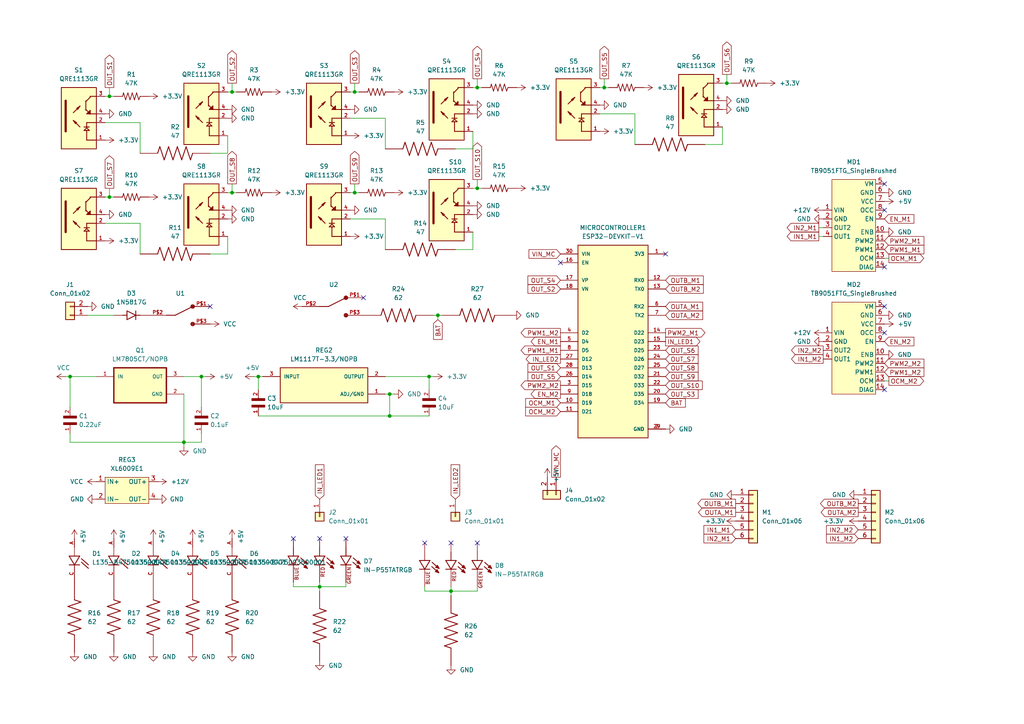
<source format=kicad_sch>
(kicad_sch (version 20211123) (generator eeschema)
  (paper "A4")
  (lib_symbols
    (symbol "0S102011MS2QN1:0S102011MS2QN1" (pin_names (offset 1.016) hide)
      (property "Reference" "U" (at -2.286 4.572 0))
      (symbol "0S102011MS2QN1_0_0"
        (pin bidirectional line (at 7.62 2.54 180) (length 5.08) (name "~") (number "P$1"))
        (pin bidirectional line (at -10.16 0 0) (length 5.08) (name "~") (number "P$2"))
        (pin bidirectional line (at 7.62 -2.54 180) (length 5.08) (name "~") (number "P$3"))
      )
    )
    (symbol "1622242-1:1622242-1" (pin_numbers hide) (pin_names (offset 1.016) hide)
      (property "Reference" "R" (at -3.81 1.4986 0))
      (property "Value" "1622242-1" (at -3.81 -3.302 0))
      (symbol "1622242-1_0_0"
        (pin passive line (at -5.08 0 0) (length 2.54) (name "~") (number "1"))
        (pin passive line (at 5.08 0 180) (length 2.54) (name "~") (number "2"))
      )
    )
    (symbol "1N5817G:1N5817G" (pin_numbers hide) (pin_names (offset 1.016) hide)
      (property "Reference" "D" (at -5.08 2.54 0))
      (property "Value" "1N5817G" (at -5.08 -3.81 0))
      (symbol "1N5817G_0_0"
        (pin passive line (at -5.08 0 0) (length 2.54) (name "~") (number "A"))
        (pin passive line (at 5.08 0 180) (length 2.54) (name "~") (number "C"))
      )
    )
    (symbol "Connector_Generic:Conn_01x01" (pin_names (offset 1.016) hide)
      (property "Reference" "J" (at 0 2.54 0))
      (property "Value" "Conn_01x01" (at 0 -2.54 0))
      (symbol "Conn_01x01_1_1"
        (pin passive line (at -5.08 0 0) (length 3.81) (name "Pin_1") (number "1"))
      )
    )
    (symbol "Connector_Generic:Conn_01x02" (pin_names (offset 1.016) hide)
      (property "Reference" "J" (at 0 2.54 0))
      (property "Value" "Conn_01x02" (at 0 -5.08 0))
      (symbol "Conn_01x02_1_1"
        (pin passive line (at -5.08 0 0) (length 3.81) (name "Pin_1") (number "1"))
        (pin passive line (at -5.08 -2.54 0) (length 3.81) (name "Pin_2") (number "2"))
      )
    )
    (symbol "Connector_Generic:Conn_01x06" (pin_names (offset 1.016) hide)
      (property "Reference" "J" (at 0 7.62 0))
      (property "Value" "Conn_01x06" (at 0 -10.16 0))
      (symbol "Conn_01x06_1_1"
        (pin passive line (at -5.08 5.08 0) (length 3.81) (name "Pin_1") (number "1"))
        (pin passive line (at -5.08 2.54 0) (length 3.81) (name "Pin_2") (number "2"))
        (pin passive line (at -5.08 0 0) (length 3.81) (name "Pin_3") (number "3"))
        (pin passive line (at -5.08 -2.54 0) (length 3.81) (name "Pin_4") (number "4"))
        (pin passive line (at -5.08 -5.08 0) (length 3.81) (name "Pin_5") (number "5"))
        (pin passive line (at -5.08 -7.62 0) (length 3.81) (name "Pin_6") (number "6"))
      )
    )
    (symbol "ESP32-DEVKIT-V1:ESP32-DEVKIT-V1" (pin_names (offset 1.016))
      (property "Reference" "U" (at -10.16 30.48 0))
      (property "Value" "ESP32-DEVKIT-V1" (at -10.16 -30.48 0))
      (symbol "ESP32-DEVKIT-V1_0_0"
        (pin output line (at 15.24 25.4 180) (length 5.08) (name "3V3") (number "1"))
        (pin bidirectional line (at -15.24 -17.78 0) (length 5.08) (name "D19") (number "10"))
        (pin bidirectional line (at -15.24 -20.32 0) (length 5.08) (name "D21") (number "11"))
        (pin input line (at 15.24 17.78 180) (length 5.08) (name "RX0") (number "12"))
        (pin output line (at 15.24 15.24 180) (length 5.08) (name "TX0") (number "13"))
        (pin bidirectional line (at 15.24 2.54 180) (length 5.08) (name "D22") (number "14"))
        (pin bidirectional line (at 15.24 0 180) (length 5.08) (name "D23") (number "15"))
        (pin input line (at -15.24 22.86 0) (length 5.08) (name "EN") (number "16"))
        (pin bidirectional line (at -15.24 17.78 0) (length 5.08) (name "VP") (number "17"))
        (pin bidirectional line (at -15.24 15.24 0) (length 5.08) (name "VN") (number "18"))
        (pin bidirectional line (at 15.24 -17.78 180) (length 5.08) (name "D34") (number "19"))
        (pin power_in line (at 15.24 -25.4 180) (length 5.08) (name "GND") (number "2"))
        (pin bidirectional line (at 15.24 -15.24 180) (length 5.08) (name "D35") (number "20"))
        (pin bidirectional line (at 15.24 -10.16 180) (length 5.08) (name "D32") (number "21"))
        (pin bidirectional line (at 15.24 -12.7 180) (length 5.08) (name "D33") (number "22"))
        (pin bidirectional line (at 15.24 -2.54 180) (length 5.08) (name "D25") (number "23"))
        (pin bidirectional line (at 15.24 -5.08 180) (length 5.08) (name "D26") (number "24"))
        (pin bidirectional line (at 15.24 -7.62 180) (length 5.08) (name "D27") (number "25"))
        (pin bidirectional line (at -15.24 -10.16 0) (length 5.08) (name "D14") (number "26"))
        (pin bidirectional line (at -15.24 -5.08 0) (length 5.08) (name "D12") (number "27"))
        (pin bidirectional line (at -15.24 -7.62 0) (length 5.08) (name "D13") (number "28"))
        (pin power_in line (at 15.24 -25.4 180) (length 5.08) (name "GND") (number "29"))
        (pin bidirectional line (at -15.24 -12.7 0) (length 5.08) (name "D15") (number "3"))
        (pin input line (at -15.24 25.4 0) (length 5.08) (name "VIN") (number "30"))
        (pin bidirectional line (at -15.24 2.54 0) (length 5.08) (name "D2") (number "4"))
        (pin bidirectional line (at -15.24 0 0) (length 5.08) (name "D4") (number "5"))
        (pin input line (at 15.24 10.16 180) (length 5.08) (name "RX2") (number "6"))
        (pin output line (at 15.24 7.62 180) (length 5.08) (name "TX2") (number "7"))
        (pin bidirectional line (at -15.24 -2.54 0) (length 5.08) (name "D5") (number "8"))
        (pin bidirectional line (at -15.24 -15.24 0) (length 5.08) (name "D18") (number "9"))
      )
    )
    (symbol "FA16X7R2A224KNU00:FA16X7R2A224KNU00" (pin_names (offset 1.016) hide)
      (property "Reference" "C" (at 0 3.81 0))
      (property "Value" "FA16X7R2A224KNU00" (at 0 -5.08 0))
      (symbol "FA16X7R2A224KNU00_0_0"
        (pin passive line (at -2.54 0 0) (length 2.54) (name "~") (number "1"))
        (pin passive line (at 5.08 0 180) (length 2.54) (name "~") (number "2"))
      )
    )
    (symbol "FG24X7R1A106KRT00:FG24X7R1A106KRT00" (pin_names (offset 1.016) hide)
      (property "Reference" "C" (at 0 3.81 0))
      (property "Value" "FG24X7R1A106KRT00" (at 0 -5.08 0))
      (symbol "FG24X7R1A106KRT00_0_0"
        (pin passive line (at -2.54 0 0) (length 2.54) (name "~") (number "1"))
        (pin passive line (at 5.08 0 180) (length 2.54) (name "~") (number "2"))
      )
    )
    (symbol "FG24X7R2A104KNT06:FG24X7R2A104KNT06" (pin_names (offset 1.016) hide)
      (property "Reference" "C" (at 0 3.81 0))
      (property "Value" "FG24X7R2A104KNT06" (at 0 -5.08 0))
      (symbol "FG24X7R2A104KNT06_0_0"
        (pin passive line (at -2.54 0 0) (length 2.54) (name "~") (number "1"))
        (pin passive line (at 5.08 0 180) (length 2.54) (name "~") (number "2"))
      )
    )
    (symbol "IN-P55TATRGB:IN-P55TATRGB" (pin_numbers hide) (pin_names (offset 1.016) hide)
      (property "Reference" "D" (at -8.255 10.16 0))
      (property "Value" "IN-P55TATRGB" (at -8.255 -13.335 0))
      (symbol "IN-P55TATRGB_0_0"
        (text "BLUE" (at 0.508 -8.636 0) (effects (font (size 1.016 1.016)) (justify left bottom)))
        (text "GREEN" (at 0.508 6.604 0) (effects (font (size 1.016 1.016)) (justify left bottom)))
        (text "RED" (at 0.508 -1.016 0) (effects (font (size 1.016 1.016)) (justify left bottom)))
        (pin passive line (at 5.08 -10.16 180) (length 5.08) (name "~") (number "1"))
        (pin passive line (at 5.08 -2.54 180) (length 5.08) (name "~") (number "2"))
        (pin passive line (at 5.08 5.08 180) (length 5.08) (name "~") (number "3"))
        (pin passive line (at -7.62 5.08 0) (length 5.08) (name "~") (number "4"))
        (pin passive line (at -7.62 -2.54 0) (length 5.08) (name "~") (number "5"))
        (pin passive line (at -7.62 -10.16 0) (length 5.08) (name "~") (number "6"))
      )
    )
    (symbol "L135-B475003500001:L135-B475003500001" (pin_names (offset 1.016) hide)
      (property "Reference" "D" (at -8.636 2.286 0))
      (property "Value" "L135-B475003500001" (at -8.6614 -3.302 0))
      (symbol "L135-B475003500001_0_0"
        (pin passive line (at -7.62 0 0) (length 2.54) (name "~") (number "A"))
        (pin passive line (at 5.08 0 180) (length 5.08) (name "~") (number "C"))
      )
    )
    (symbol "LM1117T-3.3_NOPB:LM1117T-3.3{slash}NOPB" (pin_names (offset 1.016))
      (property "Reference" "VR" (at -12.7 5.842 0))
      (property "Value" "LM1117T-3.3{slash}NOPB" (at -12.7 -5.842 0))
      (symbol "LM1117T-3.3{slash}NOPB_0_0"
        (pin power_in line (at 17.78 -2.54 180) (length 5.08) (name "ADJ/GND") (number "1"))
        (pin output line (at 17.78 2.54 180) (length 5.08) (name "OUTPUT") (number "2"))
        (pin input line (at -17.78 2.54 0) (length 5.08) (name "INPUT") (number "3"))
      )
    )
    (symbol "LM7805CT_NOPB:LM7805CT{slash}NOPB" (pin_names (offset 1.016))
      (property "Reference" "Q" (at -7.62 5.715 0))
      (property "Value" "LM7805CT{slash}NOPB" (at -7.62 -7.62 0))
      (symbol "LM7805CT{slash}NOPB_0_0"
        (pin input line (at -12.7 2.54 0) (length 5.08) (name "IN") (number "1"))
        (pin power_in line (at 12.7 -2.54 180) (length 5.08) (name "GND") (number "2"))
        (pin output line (at 12.7 2.54 180) (length 5.08) (name "OUT") (number "3"))
      )
    )
    (symbol "LineFollow:TB9051FTG_SingleBrushed"
      (property "Reference" "U" (at 0 -15.24 0))
      (property "Value" "TB9051FTG_SingleBrushed" (at 0 13.97 0))
      (symbol "TB9051FTG_SingleBrushed_1_1"
        (pin input line (at -8.89 3.81 0) (length 2.54) (name "VIN") (number "1"))
        (pin input line (at 8.89 -2.54 180) (length 2.54) (name "ENB") (number "10"))
        (pin input line (at 8.89 -5.08 180) (length 2.54) (name "PWM2") (number "11"))
        (pin input line (at 8.89 -7.62 180) (length 2.54) (name "PWM1") (number "12"))
        (pin output line (at 8.89 -10.16 180) (length 2.54) (name "OCM") (number "13"))
        (pin output line (at 8.89 -12.7 180) (length 2.54) (name "DIAG") (number "14"))
        (pin input line (at -8.89 1.27 0) (length 2.54) (name "GND") (number "2"))
        (pin output line (at -8.89 -1.27 0) (length 2.54) (name "OUT2") (number "3"))
        (pin output line (at -8.89 -3.81 0) (length 2.54) (name "OUT1") (number "4"))
        (pin output line (at 8.89 11.43 180) (length 2.54) (name "VM") (number "5"))
        (pin input line (at 8.89 8.89 180) (length 2.54) (name "GND") (number "6"))
        (pin input line (at 8.89 6.35 180) (length 2.54) (name "VCC") (number "7"))
        (pin output line (at 8.89 3.81 180) (length 2.54) (name "OCC") (number "8"))
        (pin input line (at 8.89 1.27 180) (length 2.54) (name "EN") (number "9"))
      )
    )
    (symbol "LineFollow:XL6009E1"
      (property "Reference" "U" (at 0 -5.08 0))
      (property "Value" "XL6009E1" (at 0 5.08 0))
      (symbol "XL6009E1_1_1"
        (pin input line (at -8.89 2.54 0) (length 2.54) (name "IN+") (number "1"))
        (pin input line (at -8.89 -2.54 0) (length 2.54) (name "IN-") (number "2"))
        (pin output line (at 8.89 2.54 180) (length 2.54) (name "OUT+") (number "3"))
        (pin output line (at 8.89 -2.54 180) (length 2.54) (name "OUT-") (number "4"))
      )
    )
    (symbol "MFR-25FBF52-61R9:MFR-25FBF52-61R9" (pin_numbers hide) (pin_names (offset 1.016) hide)
      (property "Reference" "R" (at -7.62 2.54 0))
      (property "Value" "MFR-25FBF52-61R9" (at -7.62 -5.08 0))
      (symbol "MFR-25FBF52-61R9_0_0"
        (pin passive line (at -10.16 0 0) (length 5.08) (name "~") (number "1"))
        (pin passive line (at 10.16 0 180) (length 5.08) (name "~") (number "2"))
      )
    )
    (symbol "QRE1113GR:QRE1113GR" (pin_names (offset 1.016) hide)
      (property "Reference" "U" (at -5.08 10.795 0))
      (property "Value" "QRE1113GR" (at -5.08 -10.16 0))
      (symbol "QRE1113GR_0_0"
        (pin passive line (at 7.62 -5.08 180) (length 2.54) (name "~") (number "1"))
        (pin passive line (at 7.62 0 180) (length 2.54) (name "~") (number "2"))
        (pin passive line (at 7.62 7.62 180) (length 2.54) (name "~") (number "3"))
        (pin passive line (at 7.62 2.54 180) (length 2.54) (name "~") (number "4"))
      )
    )
    (symbol "RNMF14FTC47R0:RNMF14FTC47R0" (pin_numbers hide) (pin_names (offset 1.016) hide)
      (property "Reference" "R" (at -7.62 2.54 0))
      (property "Value" "RNMF14FTC47R0" (at -7.62 -5.08 0))
      (symbol "RNMF14FTC47R0_0_0"
        (pin passive line (at -10.16 0 0) (length 5.08) (name "~") (number "1"))
        (pin passive line (at 10.16 0 180) (length 5.08) (name "~") (number "2"))
      )
    )
    (symbol "power:+12V" (power) (pin_names (offset 0))
      (property "Value" "+12V" (at 0 3.556 0))
      (symbol "+12V_1_1"
        (pin power_in line (at 0 0 90) (length 0) hide (name "+12V") (number "1"))
      )
    )
    (symbol "power:+3.3V" (power) (pin_names (offset 0))
      (property "Value" "+3.3V" (at 0 3.556 0))
      (symbol "+3.3V_1_1"
        (pin power_in line (at 0 0 90) (length 0) hide (name "+3.3V") (number "1"))
      )
    )
    (symbol "power:+5V" (power) (pin_names (offset 0))
      (property "Value" "+5V" (at 0 3.556 0))
      (symbol "+5V_1_1"
        (pin power_in line (at 0 0 90) (length 0) hide (name "+5V") (number "1"))
      )
    )
    (symbol "power:GND" (power) (pin_names (offset 0))
      (property "Value" "GND" (at 0 -3.81 0))
      (symbol "GND_1_1"
        (pin power_in line (at 0 0 270) (length 0) hide (name "GND") (number "1"))
      )
    )
    (symbol "power:VCC" (power) (pin_names (offset 0))
      (property "Value" "VCC" (at 0 3.81 0))
      (symbol "VCC_1_1"
        (pin power_in line (at 0 0 90) (length 0) hide (name "VCC") (number "1"))
      )
    )
  )
  (junction (at 130.81 171.45))
  (junction (at 138.43 54.61))
  (junction (at 67.31 55.88))
  (junction (at 20.32 109.22))
  (junction (at 113.03 120.65))
  (junction (at 124.46 109.22))
  (junction (at 31.75 27.94))
  (junction (at 138.43 25.4))
  (junction (at 102.87 55.88))
  (junction (at 175.26 25.4))
  (junction (at 53.34 128.27))
  (junction (at 102.87 26.67))
  (junction (at 113.03 114.3))
  (junction (at 67.31 26.67))
  (junction (at 210.82 24.13))
  (junction (at 74.93 109.22))
  (junction (at 92.71 170.18))
  (junction (at 127 91.44))
  (junction (at 31.75 57.15))
  (junction (at 58.42 109.22))
  (no_connect (at 130.81 157.48))
  (no_connect (at 123.19 157.48))
  (no_connect (at 138.43 157.48))
  (no_connect (at 193.04 73.66))
  (no_connect (at 100.33 156.21))
  (no_connect (at 60.96 88.9))
  (no_connect (at 85.09 156.21))
  (no_connect (at 256.54 77.47))
  (no_connect (at 162.56 76.2))
  (no_connect (at 256.54 113.03))
  (no_connect (at 256.54 53.34))
  (no_connect (at 256.54 88.9))
  (no_connect (at 256.54 60.96))
  (no_connect (at 92.71 156.21))
  (no_connect (at 256.54 96.52))
  (no_connect (at 105.41 86.36))
  (wire (pts (xy 113.03 114.3) (xy 114.3 114.3)))
  (wire (pts (xy 173.99 33.02) (xy 184.15 33.02)))
  (wire (pts (xy 209.55 41.91) (xy 209.55 36.83)))
  (wire (pts (xy 100.33 170.18) (xy 92.71 170.18)))
  (wire (pts (xy 66.04 44.45) (xy 66.04 39.37)))
  (wire (pts (xy 137.16 43.18) (xy 137.16 38.1)))
  (wire (pts (xy 74.93 109.22) (xy 76.2 109.22)))
  (wire (pts (xy 104.14 26.67) (xy 102.87 26.67)))
  (wire (pts (xy 111.76 34.29) (xy 111.76 43.18)))
  (wire (pts (xy 20.32 128.27) (xy 53.34 128.27)))
  (wire (pts (xy 127 91.44) (xy 127 92.71)))
  (wire (pts (xy 20.32 109.22) (xy 27.94 109.22)))
  (wire (pts (xy 58.42 125.73) (xy 58.42 128.27)))
  (wire (pts (xy 67.31 53.34) (xy 67.31 55.88)))
  (wire (pts (xy 53.34 114.3) (xy 53.34 128.27)))
  (wire (pts (xy 19.05 109.22) (xy 20.32 109.22)))
  (wire (pts (xy 138.43 171.45) (xy 130.81 171.45)))
  (wire (pts (xy 111.76 109.22) (xy 124.46 109.22)))
  (wire (pts (xy 130.81 172.72) (xy 130.81 171.45)))
  (wire (pts (xy 31.75 27.94) (xy 30.48 27.94)))
  (wire (pts (xy 210.82 21.59) (xy 210.82 24.13)))
  (wire (pts (xy 33.02 57.15) (xy 31.75 57.15)))
  (wire (pts (xy 113.03 120.65) (xy 113.03 114.3)))
  (wire (pts (xy 31.75 25.4) (xy 31.75 27.94)))
  (wire (pts (xy 257.81 74.93) (xy 256.54 74.93)))
  (wire (pts (xy 33.02 91.44) (xy 25.4 91.44)))
  (wire (pts (xy 66.04 73.66) (xy 66.04 68.58)))
  (wire (pts (xy 67.31 24.13) (xy 67.31 26.67)))
  (wire (pts (xy 100.33 168.91) (xy 100.33 170.18)))
  (wire (pts (xy 139.7 54.61) (xy 138.43 54.61)))
  (wire (pts (xy 58.42 109.22) (xy 59.69 109.22)))
  (wire (pts (xy 124.46 109.22) (xy 124.46 113.03)))
  (wire (pts (xy 175.26 25.4) (xy 173.99 25.4)))
  (wire (pts (xy 257.81 110.49) (xy 256.54 110.49)))
  (wire (pts (xy 138.43 52.07) (xy 138.43 54.61)))
  (wire (pts (xy 137.16 72.39) (xy 137.16 67.31)))
  (wire (pts (xy 102.87 55.88) (xy 101.6 55.88)))
  (wire (pts (xy 68.58 26.67) (xy 67.31 26.67)))
  (wire (pts (xy 58.42 128.27) (xy 53.34 128.27)))
  (wire (pts (xy 74.93 120.65) (xy 113.03 120.65)))
  (wire (pts (xy 31.75 57.15) (xy 30.48 57.15)))
  (wire (pts (xy 132.08 43.18) (xy 137.16 43.18)))
  (wire (pts (xy 102.87 53.34) (xy 102.87 55.88)))
  (wire (pts (xy 113.03 120.65) (xy 124.46 120.65)))
  (wire (pts (xy 104.14 55.88) (xy 102.87 55.88)))
  (wire (pts (xy 101.6 34.29) (xy 111.76 34.29)))
  (wire (pts (xy 58.42 118.11) (xy 58.42 109.22)))
  (wire (pts (xy 132.08 72.39) (xy 137.16 72.39)))
  (wire (pts (xy 138.43 25.4) (xy 137.16 25.4)))
  (wire (pts (xy 102.87 26.67) (xy 101.6 26.67)))
  (wire (pts (xy 139.7 25.4) (xy 138.43 25.4)))
  (wire (pts (xy 123.19 170.18) (xy 123.19 171.45)))
  (wire (pts (xy 101.6 63.5) (xy 111.76 63.5)))
  (wire (pts (xy 20.32 125.73) (xy 20.32 128.27)))
  (wire (pts (xy 53.34 109.22) (xy 58.42 109.22)))
  (wire (pts (xy 85.09 168.91) (xy 85.09 170.18)))
  (wire (pts (xy 68.58 55.88) (xy 67.31 55.88)))
  (wire (pts (xy 30.48 35.56) (xy 40.64 35.56)))
  (wire (pts (xy 138.43 54.61) (xy 137.16 54.61)))
  (wire (pts (xy 130.81 171.45) (xy 130.81 170.18)))
  (wire (pts (xy 176.53 25.4) (xy 175.26 25.4)))
  (wire (pts (xy 124.46 109.22) (xy 125.73 109.22)))
  (wire (pts (xy 175.26 22.86) (xy 175.26 25.4)))
  (wire (pts (xy 20.32 109.22) (xy 20.32 118.11)))
  (wire (pts (xy 40.64 35.56) (xy 40.64 44.45)))
  (wire (pts (xy 125.73 91.44) (xy 127 91.44)))
  (wire (pts (xy 123.19 171.45) (xy 130.81 171.45)))
  (wire (pts (xy 60.96 44.45) (xy 66.04 44.45)))
  (wire (pts (xy 138.43 170.18) (xy 138.43 171.45)))
  (wire (pts (xy 30.48 64.77) (xy 40.64 64.77)))
  (wire (pts (xy 184.15 33.02) (xy 184.15 41.91)))
  (wire (pts (xy 67.31 26.67) (xy 66.04 26.67)))
  (wire (pts (xy 73.66 109.22) (xy 74.93 109.22)))
  (wire (pts (xy 102.87 24.13) (xy 102.87 26.67)))
  (wire (pts (xy 92.71 171.45) (xy 92.71 170.18)))
  (wire (pts (xy 60.96 73.66) (xy 66.04 73.66)))
  (wire (pts (xy 33.02 27.94) (xy 31.75 27.94)))
  (wire (pts (xy 92.71 170.18) (xy 92.71 168.91)))
  (wire (pts (xy 212.09 24.13) (xy 210.82 24.13)))
  (wire (pts (xy 237.49 68.58) (xy 238.76 68.58)))
  (wire (pts (xy 74.93 109.22) (xy 74.93 113.03)))
  (wire (pts (xy 85.09 170.18) (xy 92.71 170.18)))
  (wire (pts (xy 111.76 114.3) (xy 113.03 114.3)))
  (wire (pts (xy 210.82 24.13) (xy 209.55 24.13)))
  (wire (pts (xy 40.64 64.77) (xy 40.64 73.66)))
  (wire (pts (xy 111.76 63.5) (xy 111.76 72.39)))
  (wire (pts (xy 138.43 22.86) (xy 138.43 25.4)))
  (wire (pts (xy 53.34 128.27) (xy 53.34 129.54)))
  (wire (pts (xy 237.49 66.04) (xy 238.76 66.04)))
  (wire (pts (xy 204.47 41.91) (xy 209.55 41.91)))
  (wire (pts (xy 127 91.44) (xy 128.27 91.44)))
  (wire (pts (xy 31.75 54.61) (xy 31.75 57.15)))
  (wire (pts (xy 67.31 55.88) (xy 66.04 55.88)))
  (global_label "OUTB_M2" (shape input) (at 193.04 83.82 0) (property "Intersheet References" "${INTERSHEET_REFS}" (effects hide)))
  (global_label "OUTA_M2" (shape input) (at 193.04 91.44 0) (property "Intersheet References" "${INTERSHEET_REFS}" (effects hide)))
  (global_label "BAT" (shape input) (at 127 92.71 270) (property "Intersheet References" "${INTERSHEET_REFS}" (effects hide)))
  (global_label "OUT_S10" (shape input) (at 193.04 111.76 0) (property "Intersheet References" "${INTERSHEET_REFS}" (effects hide)))
  (global_label "OCM_M1" (shape output) (at 257.81 74.93 0) (property "Intersheet References" "${INTERSHEET_REFS}" (effects hide)))
  (global_label "IN2_M1" (shape input) (at 213.36 156.21 180) (property "Intersheet References" "${INTERSHEET_REFS}" (effects hide)))
  (global_label "IN_LED1" (shape input) (at 92.71 144.78 90) (property "Intersheet References" "${INTERSHEET_REFS}" (effects hide)))
  (global_label "EN_M2" (shape output) (at 162.56 114.3 180) (property "Intersheet References" "${INTERSHEET_REFS}" (effects hide)))
  (global_label "OUTB_M2" (shape output) (at 248.92 146.05 180) (property "Intersheet References" "${INTERSHEET_REFS}" (effects hide)))
  (global_label "IN1_M1" (shape input) (at 213.36 153.67 180) (property "Intersheet References" "${INTERSHEET_REFS}" (effects hide)))
  (global_label "OUT_S6" (shape output) (at 210.82 21.59 90) (property "Intersheet References" "${INTERSHEET_REFS}" (effects hide)))
  (global_label "PWM1_M1" (shape output) (at 162.56 101.6 180) (property "Intersheet References" "${INTERSHEET_REFS}" (effects hide)))
  (global_label "IN_LED2" (shape input) (at 132.08 144.78 90) (property "Intersheet References" "${INTERSHEET_REFS}" (effects hide)))
  (global_label "EN_M1" (shape output) (at 162.56 99.06 180) (property "Intersheet References" "${INTERSHEET_REFS}" (effects hide)))
  (global_label "OUT_S3" (shape output) (at 102.87 24.13 90) (property "Intersheet References" "${INTERSHEET_REFS}" (effects hide)))
  (global_label "OCM_M1" (shape input) (at 162.56 116.84 180) (property "Intersheet References" "${INTERSHEET_REFS}" (effects hide)))
  (global_label "OUT_S9" (shape output) (at 102.87 53.34 90) (property "Intersheet References" "${INTERSHEET_REFS}" (effects hide)))
  (global_label "PWM2_M2" (shape input) (at 256.54 105.41 0) (property "Intersheet References" "${INTERSHEET_REFS}" (effects hide)))
  (global_label "OUT_S6" (shape input) (at 193.04 101.6 0) (property "Intersheet References" "${INTERSHEET_REFS}" (effects hide)))
  (global_label "OCM_M2" (shape output) (at 257.81 110.49 0) (property "Intersheet References" "${INTERSHEET_REFS}" (effects hide)))
  (global_label "OUT_S5" (shape output) (at 175.26 22.86 90) (property "Intersheet References" "${INTERSHEET_REFS}" (effects hide)))
  (global_label "OUTB_M1" (shape output) (at 213.36 146.05 180) (property "Intersheet References" "${INTERSHEET_REFS}" (effects hide)))
  (global_label "OUT_S7" (shape input) (at 193.04 104.14 0) (property "Intersheet References" "${INTERSHEET_REFS}" (effects hide)))
  (global_label "OUT_S8" (shape output) (at 67.31 53.34 90) (property "Intersheet References" "${INTERSHEET_REFS}" (effects hide)))
  (global_label "PWM1_M2" (shape output) (at 162.56 96.52 180) (property "Intersheet References" "${INTERSHEET_REFS}" (effects hide)))
  (global_label "IN2_M2" (shape output) (at 238.76 101.6 180) (property "Intersheet References" "${INTERSHEET_REFS}" (effects hide)))
  (global_label "PWM2_M1" (shape input) (at 256.54 69.85 0) (property "Intersheet References" "${INTERSHEET_REFS}" (effects hide)))
  (global_label "OUT_S10" (shape output) (at 138.43 52.07 90) (property "Intersheet References" "${INTERSHEET_REFS}" (effects hide)))
  (global_label "OUT_S2" (shape input) (at 162.56 83.82 180) (property "Intersheet References" "${INTERSHEET_REFS}" (effects hide)))
  (global_label "OUTA_M1" (shape input) (at 193.04 88.9 0) (property "Intersheet References" "${INTERSHEET_REFS}" (effects hide)))
  (global_label "PWM1_M2" (shape input) (at 256.54 107.95 0) (property "Intersheet References" "${INTERSHEET_REFS}" (effects hide)))
  (global_label "IN1_M2" (shape input) (at 248.92 156.21 180) (property "Intersheet References" "${INTERSHEET_REFS}" (effects hide)))
  (global_label "VIN_MC" (shape output) (at 161.29 138.43 90) (property "Intersheet References" "${INTERSHEET_REFS}" (effects hide)))
  (global_label "IN2_M2" (shape input) (at 248.92 153.67 180) (property "Intersheet References" "${INTERSHEET_REFS}" (effects hide)))
  (global_label "PWM2_M2" (shape output) (at 162.56 111.76 180) (property "Intersheet References" "${INTERSHEET_REFS}" (effects hide)))
  (global_label "OUT_S7" (shape output) (at 31.75 54.61 90) (property "Intersheet References" "${INTERSHEET_REFS}" (effects hide)))
  (global_label "OUT_S3" (shape input) (at 193.04 114.3 0) (property "Intersheet References" "${INTERSHEET_REFS}" (effects hide)))
  (global_label "OUT_S2" (shape output) (at 67.31 24.13 90) (property "Intersheet References" "${INTERSHEET_REFS}" (effects hide)))
  (global_label "OUT_S4" (shape output) (at 138.43 22.86 90) (property "Intersheet References" "${INTERSHEET_REFS}" (effects hide)))
  (global_label "IN_LED2" (shape output) (at 162.56 104.14 180) (property "Intersheet References" "${INTERSHEET_REFS}" (effects hide)))
  (global_label "EN_M2" (shape input) (at 256.54 99.06 0) (property "Intersheet References" "${INTERSHEET_REFS}" (effects hide)))
  (global_label "OUTA_M1" (shape output) (at 213.36 148.59 180) (property "Intersheet References" "${INTERSHEET_REFS}" (effects hide)))
  (global_label "OUT_S9" (shape input) (at 193.04 109.22 0) (property "Intersheet References" "${INTERSHEET_REFS}" (effects hide)))
  (global_label "IN1_M2" (shape output) (at 238.76 104.14 180) (property "Intersheet References" "${INTERSHEET_REFS}" (effects hide)))
  (global_label "PWM1_M1" (shape input) (at 256.54 72.39 0) (property "Intersheet References" "${INTERSHEET_REFS}" (effects hide)))
  (global_label "OUTB_M1" (shape input) (at 193.04 81.28 0) (property "Intersheet References" "${INTERSHEET_REFS}" (effects hide)))
  (global_label "OCM_M2" (shape input) (at 162.56 119.38 180) (property "Intersheet References" "${INTERSHEET_REFS}" (effects hide)))
  (global_label "OUT_S4" (shape input) (at 162.56 81.28 180) (property "Intersheet References" "${INTERSHEET_REFS}" (effects hide)))
  (global_label "PWM2_M1" (shape output) (at 193.04 96.52 0) (property "Intersheet References" "${INTERSHEET_REFS}" (effects hide)))
  (global_label "OUT_S5" (shape input) (at 162.56 109.22 180) (property "Intersheet References" "${INTERSHEET_REFS}" (effects hide)))
  (global_label "IN1_M1" (shape output) (at 237.49 68.58 180) (property "Intersheet References" "${INTERSHEET_REFS}" (effects hide)))
  (global_label "BAT" (shape input) (at 193.04 116.84 0) (property "Intersheet References" "${INTERSHEET_REFS}" (effects hide)))
  (global_label "IN2_M1" (shape output) (at 237.49 66.04 180) (property "Intersheet References" "${INTERSHEET_REFS}" (effects hide)))
  (global_label "OUT_S1" (shape input) (at 162.56 106.68 180) (property "Intersheet References" "${INTERSHEET_REFS}" (effects hide)))
  (global_label "OUTA_M2" (shape output) (at 248.92 148.59 180) (property "Intersheet References" "${INTERSHEET_REFS}" (effects hide)))
  (global_label "EN_M1" (shape input) (at 256.54 63.5 0) (property "Intersheet References" "${INTERSHEET_REFS}" (effects hide)))
  (global_label "OUT_S8" (shape input) (at 193.04 106.68 0) (property "Intersheet References" "${INTERSHEET_REFS}" (effects hide)))
  (global_label "VIN_MC" (shape input) (at 162.56 73.66 180) (property "Intersheet References" "${INTERSHEET_REFS}" (effects hide)))
  (global_label "OUT_S1" (shape output) (at 31.75 25.4 90) (property "Intersheet References" "${INTERSHEET_REFS}" (effects hide)))
  (global_label "IN_LED1" (shape output) (at 193.04 99.06 0) (property "Intersheet References" "${INTERSHEET_REFS}" (effects hide)))
  (symbol (lib_id "power:+3.3V") (at 213.36 151.13 90) (unit 1)
    (property "Reference" "#PWR0171" (effects hide))
    (property "Value" "+3.3V" (at 204.47 151.13 90) (effects (justify right)))
  )
  (symbol (lib_id "power:GND") (at 137.16 33.02 90) (unit 1)
    (property "Reference" "#PWR0105" (effects hide))
    (property "Value" "GND" (at 140.97 33.0199 90) (effects (justify right)))
  )
  (symbol (lib_id "power:+5V") (at 73.66 109.22 90) (unit 1)
    (property "Reference" "#PWR0123" (effects hide))
    (property "Value" "+5V" (at 71.12 106.68 90) (effects (justify right)))
  )
  (symbol (lib_id "power:+3.3V") (at 173.99 38.1 270) (unit 1)
    (property "Reference" "#PWR0133" (effects hide))
    (property "Value" "+3.3V" (at 177.8 38.0999 90) (effects (justify left)))
  )
  (symbol (lib_id "LineFollow:TB9051FTG_SingleBrushed") (at 247.65 100.33 0) (unit 1)
    (property "Reference" "MD2" (at 247.65 82.55 0))
    (property "Value" "TB9051FTG_SingleBrushed" (at 247.65 85.09 0))
    (property "Footprint" "TB9051FTG:TB9051FTG_SingleBrushed" (effects hide))
  )
  (symbol (lib_id "power:GND") (at 213.36 143.51 270) (unit 1)
    (property "Reference" "#PWR0170" (effects hide))
    (property "Value" "GND" (at 205.74 143.51 90) (effects (justify left)))
  )
  (symbol (lib_id "power:+5V") (at 256.54 93.98 270) (unit 1)
    (property "Reference" "#PWR0175" (effects hide))
    (property "Value" "+5V" (at 260.35 93.9799 90) (effects (justify left)))
  )
  (symbol (lib_id "1622242-1:1622242-1") (at 144.78 25.4 180) (unit 1)
    (property "Reference" "R6" (at 144.78 19.05 0))
    (property "Value" "47K" (at 144.78 21.59 0))
    (property "Footprint" "RESAD640W45L370D200" (effects hide))
    (property "Package" "0204" (effects hide))
    (property "Comment" "1622242-1" (effects hide))
    (property "EU_RoHS_Compliance" "Compliant" (effects hide))
  )
  (symbol (lib_id "power:GND") (at 66.04 34.29 90) (unit 1)
    (property "Reference" "#PWR0131" (effects hide))
    (property "Value" "GND" (at 69.85 34.2899 90) (effects (justify right)))
  )
  (symbol (lib_id "LM7805CT_NOPB:LM7805CT{slash}NOPB") (at 40.64 111.76 0) (unit 1)
    (property "Reference" "Q1" (at 40.64 101.6 0))
    (property "Value" "LM7805CT/NOPB" (at 40.64 104.14 0))
    (property "Footprint" "TO254P1054X470X2600-3" (effects hide))
    (property "MANUFACTURER" "Texas instruments" (effects hide))
    (property "STANDARD" "IPC-7351B" (effects hide))
    (property "PARTREV" "LTR" (effects hide))
  )
  (symbol (lib_id "power:GND") (at 66.04 31.75 90) (unit 1)
    (property "Reference" "#PWR0130" (effects hide))
    (property "Value" "GND" (at 69.85 31.7499 90) (effects (justify right)))
  )
  (symbol (lib_id "power:+3.3V") (at 30.48 69.85 270) (unit 1)
    (property "Reference" "#PWR0113" (effects hide))
    (property "Value" "+3.3V" (at 34.29 69.8499 90) (effects (justify left)))
  )
  (symbol (lib_id "power:+5V") (at 21.59 156.21 0) (unit 1)
    (property "Reference" "#PWR0146" (effects hide))
    (property "Value" "+5V" (at 24.13 153.67 90) (effects (justify right)))
  )
  (symbol (lib_id "power:VCC") (at 87.63 88.9 90) (unit 1)
    (property "Reference" "#PWR0182" (effects hide))
    (property "Value" "VCC" (at 85.09 86.36 90) (effects (justify right)))
  )
  (symbol (lib_id "power:VCC") (at 27.94 139.7 90) (unit 1)
    (property "Reference" "#PWR0162" (effects hide))
    (property "Value" "VCC" (at 20.32 139.7 90) (effects (justify right)))
  )
  (symbol (lib_id "power:GND") (at 248.92 143.51 270) (unit 1)
    (property "Reference" "#PWR0172" (effects hide))
    (property "Value" "GND" (at 241.3 143.51 90) (effects (justify left)))
  )
  (symbol (lib_id "power:GND") (at 30.48 33.02 90) (unit 1)
    (property "Reference" "#PWR0116" (effects hide))
    (property "Value" "GND" (at 34.29 33.0199 90) (effects (justify right)))
  )
  (symbol (lib_id "MFR-25FBF52-61R9:MFR-25FBF52-61R9") (at 115.57 91.44 180) (unit 1)
    (property "Reference" "R24" (at 115.57 83.82 0))
    (property "Value" "62" (at 115.57 86.36 0))
    (property "Footprint" "RESAD1100W55L680D260" (effects hide))
    (property "STANDARD" "IPC 7351B" (effects hide))
    (property "MAXIMUM_PACKAGE_HEIGHT" "2.6mm" (effects hide))
    (property "MANUFACTURER" "Yageo Corporation" (effects hide))
    (property "PARTREV" "201304" (effects hide))
  )
  (symbol (lib_id "power:GND") (at 27.94 144.78 270) (unit 1)
    (property "Reference" "#PWR0163" (effects hide))
    (property "Value" "GND" (at 20.32 144.78 90) (effects (justify left)))
  )
  (symbol (lib_id "Connector_Generic:Conn_01x06") (at 218.44 148.59 0) (unit 1)
    (property "Reference" "M1" (at 220.98 148.5899 0) (effects (justify left)))
    (property "Value" "Conn_01x06" (at 220.98 151.1299 0) (effects (justify left)))
    (property "Footprint" "Connector_PinSocket_2.54mm:PinSocket_1x06_P2.54mm_Vertical" (effects hide))
  )
  (symbol (lib_id "power:GND") (at 45.72 144.78 90) (unit 1)
    (property "Reference" "#PWR0165" (effects hide))
    (property "Value" "GND" (at 53.34 144.78 90) (effects (justify left)))
  )
  (symbol (lib_id "power:GND") (at 25.4 88.9 90) (unit 1)
    (property "Reference" "#PWR0119" (effects hide))
    (property "Value" "GND" (at 29.21 88.8999 90) (effects (justify right)))
  )
  (symbol (lib_id "power:GND") (at 66.04 60.96 90) (unit 1)
    (property "Reference" "#PWR0127" (effects hide))
    (property "Value" "GND" (at 69.85 60.9599 90) (effects (justify right)))
  )
  (symbol (lib_id "power:GND") (at 44.45 189.23 0) (unit 1)
    (property "Reference" "#PWR0144" (effects hide))
    (property "Value" "GND" (at 46.99 190.4999 0) (effects (justify left)))
  )
  (symbol (lib_id "LM1117T-3.3_NOPB:LM1117T-3.3{slash}NOPB") (at 93.98 111.76 0) (unit 1)
    (property "Reference" "REG2" (at 93.98 101.6 0))
    (property "Value" "LM1117T-3.3/NOPB" (at 93.98 104.14 0))
    (property "Footprint" "TO254P1054X470X1955-3" (effects hide))
    (property "MAXIMUM_PACKAGE_HEIGHT" "19.55mm" (effects hide))
    (property "MANUFACTURER" "Texas Instruments" (effects hide))
    (property "SNAPEDA_PACKAGE_ID" "102750" (effects hide))
    (property "PARTREV" "O" (effects hide))
    (property "STANDARD" "IPC-7351B" (effects hide))
  )
  (symbol (lib_id "QRE1113GR:QRE1113GR") (at 201.93 31.75 0) (unit 1)
    (property "Reference" "S6" (at 201.93 16.51 0))
    (property "Value" "QRE1113GR" (at 201.93 19.05 0))
    (property "Footprint" "SOIC180P460X187-4N" (effects hide))
    (property "MANUFACTURER" "ON Semiconductor" (effects hide))
    (property "DESCRIPTION" "QRE1113 Series 30 V 50 mA Miniature Reflective Object Sensor - SMD-4" (effects hide))
    (property "STANDARD" "IPC-7351B" (effects hide))
    (property "PARTREV" "5" (effects hide))
    (property "AVAILABILITY" "Unavailable" (effects hide))
    (property "PRICE" "None" (effects hide))
    (property "MP" "QRE1113GR" (effects hide))
    (property "PACKAGE" "SMD-4 ON Semiconductor" (effects hide))
  )
  (symbol (lib_id "1622242-1:1622242-1") (at 181.61 25.4 180) (unit 1)
    (property "Reference" "R7" (at 181.61 19.05 0))
    (property "Value" "47K" (at 181.61 21.59 0))
    (property "Footprint" "RESAD640W45L370D200" (effects hide))
    (property "Package" "0204" (effects hide))
    (property "Comment" "1622242-1" (effects hide))
    (property "EU_RoHS_Compliance" "Compliant" (effects hide))
  )
  (symbol (lib_id "MFR-25FBF52-61R9:MFR-25FBF52-61R9") (at 67.31 179.07 90) (unit 1)
    (property "Reference" "R20" (at 71.12 177.7999 90) (effects (justify right)))
    (property "Value" "62" (at 71.12 180.3399 90) (effects (justify right)))
    (property "Footprint" "RESAD1100W55L680D260" (effects hide))
    (property "STANDARD" "IPC 7351B" (effects hide))
    (property "MAXIMUM_PACKAGE_HEIGHT" "2.6mm" (effects hide))
    (property "MANUFACTURER" "Yageo Corporation" (effects hide))
    (property "PARTREV" "201304" (effects hide))
  )
  (symbol (lib_id "L135-B475003500001:L135-B475003500001") (at 55.88 163.83 270) (unit 1)
    (property "Reference" "D5" (at 60.96 160.5533 90) (effects (justify left)))
    (property "Value" "L135-B475003500001" (at 60.96 163.0933 90) (effects (justify left)))
    (property "Footprint" "LED_L135-B475003500001" (effects hide))
  )
  (symbol (lib_id "power:GND") (at 114.3 114.3 90) (unit 1)
    (property "Reference" "#PWR0125" (effects hide))
    (property "Value" "GND" (at 118.11 114.2999 90) (effects (justify right)))
  )
  (symbol (lib_id "power:GND") (at 130.81 193.04 0) (unit 1)
    (property "Reference" "#PWR0157" (effects hide))
    (property "Value" "GND" (at 133.35 194.3099 0) (effects (justify left)))
  )
  (symbol (lib_id "power:+3.3V") (at 43.18 57.15 270) (unit 1)
    (property "Reference" "#PWR0112" (effects hide))
    (property "Value" "+3.3V" (at 46.99 57.1499 90) (effects (justify left)))
  )
  (symbol (lib_id "Connector_Generic:Conn_01x02") (at 20.32 91.44 180) (unit 1)
    (property "Reference" "J1" (at 20.32 82.55 0))
    (property "Value" "Conn_01x02" (at 20.32 85.09 0))
    (property "Footprint" "Connector_PinSocket_2.54mm:PinSocket_1x02_P2.54mm_Vertical" (effects hide))
  )
  (symbol (lib_id "QRE1113GR:QRE1113GR") (at 58.42 63.5 0) (unit 1)
    (property "Reference" "S8" (at 58.42 48.26 0))
    (property "Value" "QRE1113GR" (at 58.42 50.8 0))
    (property "Footprint" "SOIC180P460X187-4N" (effects hide))
    (property "MANUFACTURER" "ON Semiconductor" (effects hide))
    (property "DESCRIPTION" "QRE1113 Series 30 V 50 mA Miniature Reflective Object Sensor - SMD-4" (effects hide))
    (property "STANDARD" "IPC-7351B" (effects hide))
    (property "PARTREV" "5" (effects hide))
    (property "AVAILABILITY" "Unavailable" (effects hide))
    (property "PRICE" "None" (effects hide))
    (property "MP" "QRE1113GR" (effects hide))
    (property "PACKAGE" "SMD-4 ON Semiconductor" (effects hide))
  )
  (symbol (lib_id "power:GND") (at 238.76 99.06 270) (unit 1)
    (property "Reference" "#PWR0177" (effects hide))
    (property "Value" "GND" (at 231.14 99.06 90) (effects (justify left)))
  )
  (symbol (lib_id "power:GND") (at 148.59 91.44 90) (unit 1)
    (property "Reference" "#PWR0184" (effects hide))
    (property "Value" "GND" (at 152.4 91.4399 90) (effects (justify right)))
  )
  (symbol (lib_id "power:GND") (at 101.6 60.96 90) (unit 1)
    (property "Reference" "#PWR0108" (effects hide))
    (property "Value" "GND" (at 105.41 60.9599 90) (effects (justify right)))
  )
  (symbol (lib_id "Connector_Generic:Conn_01x06") (at 254 148.59 0) (unit 1)
    (property "Reference" "M2" (at 256.54 148.5899 0) (effects (justify left)))
    (property "Value" "Conn_01x06" (at 256.54 151.1299 0) (effects (justify left)))
    (property "Footprint" "Connector_PinSocket_2.54mm:PinSocket_1x06_P2.54mm_Vertical" (effects hide))
  )
  (symbol (lib_id "0S102011MS2QN1:0S102011MS2QN1") (at 97.79 88.9 0) (unit 1)
    (property "Reference" "U2" (at 96.774 82.55 0))
    (property "Value" "0S102011MS2QN1" (effects hide))
    (property "Footprint" "0S102011MS2QN1" (effects hide))
  )
  (symbol (lib_id "1622242-1:1622242-1") (at 73.66 26.67 180) (unit 1)
    (property "Reference" "R3" (at 73.66 20.32 0))
    (property "Value" "47K" (at 73.66 22.86 0))
    (property "Footprint" "RESAD640W45L370D200" (effects hide))
    (property "Package" "0204" (effects hide))
    (property "Comment" "1622242-1" (effects hide))
    (property "EU_RoHS_Compliance" "Compliant" (effects hide))
  )
  (symbol (lib_id "power:+3.3V") (at 149.86 54.61 270) (unit 1)
    (property "Reference" "#PWR0111" (effects hide))
    (property "Value" "+3.3V" (at 153.67 54.6099 90) (effects (justify left)))
  )
  (symbol (lib_id "power:+5V") (at 67.31 156.21 0) (unit 1)
    (property "Reference" "#PWR0153" (effects hide))
    (property "Value" "+5V" (at 69.85 153.67 90) (effects (justify right)))
  )
  (symbol (lib_id "QRE1113GR:QRE1113GR") (at 129.54 33.02 0) (unit 1)
    (property "Reference" "S4" (at 129.54 17.78 0))
    (property "Value" "QRE1113GR" (at 129.54 20.32 0))
    (property "Footprint" "SOIC180P460X187-4N" (effects hide))
    (property "MANUFACTURER" "ON Semiconductor" (effects hide))
    (property "DESCRIPTION" "QRE1113 Series 30 V 50 mA Miniature Reflective Object Sensor - SMD-4" (effects hide))
    (property "STANDARD" "IPC-7351B" (effects hide))
    (property "PARTREV" "5" (effects hide))
    (property "AVAILABILITY" "Unavailable" (effects hide))
    (property "PRICE" "None" (effects hide))
    (property "MP" "QRE1113GR" (effects hide))
    (property "PACKAGE" "SMD-4 ON Semiconductor" (effects hide))
  )
  (symbol (lib_id "FG24X7R1A106KRT00:FG24X7R1A106KRT00") (at 74.93 118.11 90) (unit 1)
    (property "Reference" "C3" (at 77.47 115.5699 90) (effects (justify right)))
    (property "Value" "10uF" (at 77.47 118.1099 90) (effects (justify right)))
    (property "Footprint" "CAPRB500W50L450T300H550" (effects hide))
    (property "STANDARD" "IPC-7351B" (effects hide))
    (property "MAXIMUM_PACKAGE_HEIGHT" "0.0 mm" (effects hide))
    (property "MANUFACTURER" "TDK" (effects hide))
    (property "PARTREV" "20200310" (effects hide))
  )
  (symbol (lib_id "MFR-25FBF52-61R9:MFR-25FBF52-61R9") (at 130.81 182.88 90) (unit 1)
    (property "Reference" "R26" (at 134.62 181.6099 90) (effects (justify right)))
    (property "Value" "62" (at 134.62 184.1499 90) (effects (justify right)))
    (property "Footprint" "RESAD1100W55L680D260" (effects hide))
    (property "STANDARD" "IPC 7351B" (effects hide))
    (property "MAXIMUM_PACKAGE_HEIGHT" "2.6mm" (effects hide))
    (property "MANUFACTURER" "Yageo Corporation" (effects hide))
    (property "PARTREV" "201304" (effects hide))
  )
  (symbol (lib_id "L135-B475003500001:L135-B475003500001") (at 67.31 163.83 270) (unit 1)
    (property "Reference" "D6" (at 72.39 160.5533 90) (effects (justify left)))
    (property "Value" "L135-B475003500001" (at 72.39 163.0933 90) (effects (justify left)))
    (property "Footprint" "LED_L135-B475003500001" (effects hide))
  )
  (symbol (lib_id "power:GND") (at 238.76 63.5 270) (unit 1)
    (property "Reference" "#PWR0169" (effects hide))
    (property "Value" "GND" (at 231.14 63.5 90) (effects (justify left)))
  )
  (symbol (lib_id "power:GND") (at 256.54 102.87 90) (unit 1)
    (property "Reference" "#PWR0179" (effects hide))
    (property "Value" "GND" (at 260.35 102.8699 90) (effects (justify right)))
  )
  (symbol (lib_id "power:+5V") (at 59.69 109.22 270) (unit 1)
    (property "Reference" "#PWR0122" (effects hide))
    (property "Value" "+5V" (at 63.5 109.2199 90) (effects (justify left)))
  )
  (symbol (lib_id "Connector_Generic:Conn_01x01") (at 92.71 149.86 270) (unit 1)
    (property "Reference" "J2" (at 95.25 148.5899 90) (effects (justify left)))
    (property "Value" "Conn_01x01" (at 95.25 151.1299 90) (effects (justify left)))
    (property "Footprint" "Connector_Wire:SolderWire-0.1sqmm_1x01_D0.4mm_OD1mm" (effects hide))
  )
  (symbol (lib_id "QRE1113GR:QRE1113GR") (at 93.98 34.29 0) (unit 1)
    (property "Reference" "S3" (at 93.98 19.05 0))
    (property "Value" "QRE1113GR" (at 93.98 21.59 0))
    (property "Footprint" "SOIC180P460X187-4N" (effects hide))
    (property "MANUFACTURER" "ON Semiconductor" (effects hide))
    (property "DESCRIPTION" "QRE1113 Series 30 V 50 mA Miniature Reflective Object Sensor - SMD-4" (effects hide))
    (property "STANDARD" "IPC-7351B" (effects hide))
    (property "PARTREV" "5" (effects hide))
    (property "AVAILABILITY" "Unavailable" (effects hide))
    (property "PRICE" "None" (effects hide))
    (property "MP" "QRE1113GR" (effects hide))
    (property "PACKAGE" "SMD-4 ON Semiconductor" (effects hide))
  )
  (symbol (lib_id "power:+5V") (at 44.45 156.21 0) (unit 1)
    (property "Reference" "#PWR0147" (effects hide))
    (property "Value" "+5V" (at 46.99 153.67 90) (effects (justify right)))
  )
  (symbol (lib_id "RNMF14FTC47R0:RNMF14FTC47R0") (at 194.31 41.91 0) (unit 1)
    (property "Reference" "R8" (at 194.31 34.29 0))
    (property "Value" "47" (at 194.31 36.83 0))
    (property "Footprint" "RESAD716W44L360D186" (effects hide))
    (property "STANDARD" "IPC-7351B" (effects hide))
    (property "MAXIMUM_PACKAGE_HEIGHT" "1.86mm" (effects hide))
    (property "PARTREV" "11/16/2017" (effects hide))
    (property "MANUFACTURER" "Stackpole" (effects hide))
  )
  (symbol (lib_id "1622242-1:1622242-1") (at 109.22 55.88 180) (unit 1)
    (property "Reference" "R13" (at 109.22 49.53 0))
    (property "Value" "47K" (at 109.22 52.07 0))
    (property "Footprint" "RESAD640W45L370D200" (effects hide))
    (property "Package" "0204" (effects hide))
    (property "Comment" "1622242-1" (effects hide))
    (property "EU_RoHS_Compliance" "Compliant" (effects hide))
  )
  (symbol (lib_id "power:+12V") (at 238.76 60.96 90) (unit 1)
    (property "Reference" "#PWR0168" (effects hide))
    (property "Value" "+12V" (at 229.87 60.96 90) (effects (justify right)))
  )
  (symbol (lib_id "power:GND") (at 53.34 129.54 0) (unit 1)
    (property "Reference" "#PWR0141" (effects hide))
    (property "Value" "GND" (at 55.88 130.8099 0) (effects (justify left)))
  )
  (symbol (lib_id "QRE1113GR:QRE1113GR") (at 22.86 35.56 0) (unit 1)
    (property "Reference" "S1" (at 22.86 20.32 0))
    (property "Value" "QRE1113GR" (at 22.86 22.86 0))
    (property "Footprint" "SOIC180P460X187-4N" (effects hide))
    (property "MANUFACTURER" "ON Semiconductor" (effects hide))
    (property "DESCRIPTION" "QRE1113 Series 30 V 50 mA Miniature Reflective Object Sensor - SMD-4" (effects hide))
    (property "STANDARD" "IPC-7351B" (effects hide))
    (property "PARTREV" "5" (effects hide))
    (property "AVAILABILITY" "Unavailable" (effects hide))
    (property "PRICE" "None" (effects hide))
    (property "MP" "QRE1113GR" (effects hide))
    (property "PACKAGE" "SMD-4 ON Semiconductor" (effects hide))
  )
  (symbol (lib_id "power:GND") (at 92.71 191.77 0) (unit 1)
    (property "Reference" "#PWR0149" (effects hide))
    (property "Value" "GND" (at 95.25 193.0399 0) (effects (justify left)))
  )
  (symbol (lib_id "power:+3.3V") (at 101.6 39.37 270) (unit 1)
    (property "Reference" "#PWR0101" (effects hide))
    (property "Value" "+3.3V" (at 105.41 39.3699 90) (effects (justify left)))
  )
  (symbol (lib_id "power:GND") (at 30.48 62.23 90) (unit 1)
    (property "Reference" "#PWR0114" (effects hide))
    (property "Value" "GND" (at 34.29 62.2299 90) (effects (justify right)))
  )
  (symbol (lib_id "IN-P55TATRGB:IN-P55TATRGB") (at 133.35 165.1 270) (unit 1)
    (property "Reference" "D8" (at 143.51 164.0367 90) (effects (justify left)))
    (property "Value" "IN-P55TATRGB" (at 143.51 166.5767 90) (effects (justify left)))
    (property "Footprint" "LED_IN-P55TATRGB" (effects hide))
    (property "STANDARD" "Manufacturer Recommended" (effects hide))
    (property "MAXIMUM_PACKAGE_HEIGHT" "1.5mm" (effects hide))
    (property "PARTREV" "1.0" (effects hide))
    (property "MANUFACTURER" "Inolux" (effects hide))
  )
  (symbol (lib_id "power:GND") (at 55.88 189.23 0) (unit 1)
    (property "Reference" "#PWR0154" (effects hide))
    (property "Value" "GND" (at 58.42 190.4999 0) (effects (justify left)))
  )
  (symbol (lib_id "QRE1113GR:QRE1113GR") (at 58.42 34.29 0) (unit 1)
    (property "Reference" "S2" (at 58.42 19.05 0))
    (property "Value" "QRE1113GR" (at 58.42 21.59 0))
    (property "Footprint" "SOIC180P460X187-4N" (effects hide))
    (property "MANUFACTURER" "ON Semiconductor" (effects hide))
    (property "DESCRIPTION" "QRE1113 Series 30 V 50 mA Miniature Reflective Object Sensor - SMD-4" (effects hide))
    (property "STANDARD" "IPC-7351B" (effects hide))
    (property "PARTREV" "5" (effects hide))
    (property "AVAILABILITY" "Unavailable" (effects hide))
    (property "PRICE" "None" (effects hide))
    (property "MP" "QRE1113GR" (effects hide))
    (property "PACKAGE" "SMD-4 ON Semiconductor" (effects hide))
  )
  (symbol (lib_id "QRE1113GR:QRE1113GR") (at 129.54 62.23 0) (unit 1)
    (property "Reference" "S10" (at 132.08 46.99 0))
    (property "Value" "QRE1113GR" (at 129.54 49.53 0))
    (property "Footprint" "SOIC180P460X187-4N" (effects hide))
    (property "MANUFACTURER" "ON Semiconductor" (effects hide))
    (property "DESCRIPTION" "QRE1113 Series 30 V 50 mA Miniature Reflective Object Sensor - SMD-4" (effects hide))
    (property "STANDARD" "IPC-7351B" (effects hide))
    (property "PARTREV" "5" (effects hide))
    (property "AVAILABILITY" "Unavailable" (effects hide))
    (property "PRICE" "None" (effects hide))
    (property "MP" "QRE1113GR" (effects hide))
    (property "PACKAGE" "SMD-4 ON Semiconductor" (effects hide))
  )
  (symbol (lib_id "1622242-1:1622242-1") (at 38.1 57.15 180) (unit 1)
    (property "Reference" "R10" (at 38.1 50.8 0))
    (property "Value" "47K" (at 38.1 53.34 0))
    (property "Footprint" "RESAD640W45L370D200" (effects hide))
    (property "Package" "0204" (effects hide))
    (property "Comment" "1622242-1" (effects hide))
    (property "EU_RoHS_Compliance" "Compliant" (effects hide))
  )
  (symbol (lib_id "power:+3.3V") (at 114.3 26.67 270) (unit 1)
    (property "Reference" "#PWR0107" (effects hide))
    (property "Value" "+3.3V" (at 118.11 26.6699 90) (effects (justify left)))
  )
  (symbol (lib_id "1N5817G:1N5817G") (at 38.1 91.44 0) (unit 1)
    (property "Reference" "D3" (at 38.1 85.09 0))
    (property "Value" "1N5817G" (at 38.1 87.63 0))
    (property "Footprint" "DIOAD1036W78L470D235" (effects hide))
    (property "STANDARD" "IPC-7351B" (effects hide))
    (property "MAXIMUM_PACKAGE_HEIGHT" "2.70 mm" (effects hide))
    (property "MANUFACTURER" "Taiwan Semiconductor" (effects hide))
    (property "PARTREV" "P2104" (effects hide))
  )
  (symbol (lib_id "power:+3.3V") (at 43.18 27.94 270) (unit 1)
    (property "Reference" "#PWR0115" (effects hide))
    (property "Value" "+3.3V" (at 46.99 27.9399 90) (effects (justify left)))
  )
  (symbol (lib_id "power:+3.3V") (at 78.74 55.88 270) (unit 1)
    (property "Reference" "#PWR0126" (effects hide))
    (property "Value" "+3.3V" (at 82.55 55.8799 90) (effects (justify left)))
  )
  (symbol (lib_id "Connector_Generic:Conn_01x02") (at 161.29 143.51 270) (unit 1)
    (property "Reference" "J4" (at 163.83 142.2399 90) (effects (justify left)))
    (property "Value" "Conn_01x02" (at 163.83 144.7799 90) (effects (justify left)))
    (property "Footprint" "Connector_PinSocket_2.54mm:PinSocket_1x02_P2.54mm_Vertical" (effects hide))
  )
  (symbol (lib_id "power:VCC") (at 19.05 109.22 90) (unit 1)
    (property "Reference" "#PWR0118" (effects hide))
    (property "Value" "VCC" (at 16.51 106.68 90) (effects (justify right)))
  )
  (symbol (lib_id "1622242-1:1622242-1") (at 38.1 27.94 180) (unit 1)
    (property "Reference" "R1" (at 38.1 21.59 0))
    (property "Value" "47K" (at 38.1 24.13 0))
    (property "Footprint" "RESAD640W45L370D200" (effects hide))
    (property "Package" "0204" (effects hide))
    (property "Comment" "1622242-1" (effects hide))
    (property "EU_RoHS_Compliance" "Compliant" (effects hide))
  )
  (symbol (lib_id "1622242-1:1622242-1") (at 217.17 24.13 180) (unit 1)
    (property "Reference" "R9" (at 217.17 17.78 0))
    (property "Value" "47K" (at 217.17 20.32 0))
    (property "Footprint" "RESAD640W45L370D200" (effects hide))
    (property "Package" "0204" (effects hide))
    (property "Comment" "1622242-1" (effects hide))
    (property "EU_RoHS_Compliance" "Compliant" (effects hide))
  )
  (symbol (lib_id "power:GND") (at 256.54 91.44 90) (unit 1)
    (property "Reference" "#PWR0174" (effects hide))
    (property "Value" "GND" (at 260.35 91.4399 90) (effects (justify right)))
  )
  (symbol (lib_id "ESP32-DEVKIT-V1:ESP32-DEVKIT-V1") (at 177.8 99.06 0) (unit 1)
    (property "Reference" "MICROCONTROLLER1" (at 177.8 66.04 0))
    (property "Value" "ESP32-DEVKIT-V1" (at 177.8 68.58 0))
    (property "Footprint" "MODULE_ESP32_DEVKIT_V1" (effects hide))
    (property "STANDARD" "Manufacturer Recommendations" (effects hide))
    (property "MAXIMUM_PACKAGE_HEIGHT" "6.8 mm" (effects hide))
    (property "MANUFACTURER" "DOIT" (effects hide))
    (property "PARTREV" "N/A" (effects hide))
  )
  (symbol (lib_id "MFR-25FBF52-61R9:MFR-25FBF52-61R9") (at 33.02 179.07 90) (unit 1)
    (property "Reference" "R17" (at 36.83 177.7999 90) (effects (justify right)))
    (property "Value" "62" (at 36.83 180.3399 90) (effects (justify right)))
    (property "Footprint" "RESAD1100W55L680D260" (effects hide))
    (property "STANDARD" "IPC 7351B" (effects hide))
    (property "MAXIMUM_PACKAGE_HEIGHT" "2.6mm" (effects hide))
    (property "MANUFACTURER" "Yageo Corporation" (effects hide))
    (property "PARTREV" "201304" (effects hide))
  )
  (symbol (lib_id "L135-B475003500001:L135-B475003500001") (at 21.59 163.83 270) (unit 1)
    (property "Reference" "D1" (at 26.67 160.5533 90) (effects (justify left)))
    (property "Value" "L135-B475003500001" (at 26.67 163.0933 90) (effects (justify left)))
    (property "Footprint" "LED_L135-B475003500001" (effects hide))
  )
  (symbol (lib_id "power:GND") (at 209.55 29.21 90) (unit 1)
    (property "Reference" "#PWR0140" (effects hide))
    (property "Value" "GND" (at 213.36 29.2099 90) (effects (justify right)))
  )
  (symbol (lib_id "power:+3.3V") (at 149.86 25.4 270) (unit 1)
    (property "Reference" "#PWR0103" (effects hide))
    (property "Value" "+3.3V" (at 153.67 25.3999 90) (effects (justify left)))
  )
  (symbol (lib_id "power:+5V") (at 256.54 58.42 270) (unit 1)
    (property "Reference" "#PWR0167" (effects hide))
    (property "Value" "+5V" (at 260.35 58.4199 90) (effects (justify left)))
  )
  (symbol (lib_id "power:+3.3V") (at 125.73 109.22 270) (unit 1)
    (property "Reference" "#PWR0138" (effects hide))
    (property "Value" "+3.3V" (at 129.54 109.2199 90) (effects (justify left)))
  )
  (symbol (lib_id "power:GND") (at 101.6 31.75 90) (unit 1)
    (property "Reference" "#PWR0106" (effects hide))
    (property "Value" "GND" (at 105.41 31.7499 90) (effects (justify right)))
  )
  (symbol (lib_id "power:GND") (at 209.55 31.75 90) (unit 1)
    (property "Reference" "#PWR0136" (effects hide))
    (property "Value" "GND" (at 213.36 31.7499 90) (effects (justify right)))
  )
  (symbol (lib_id "1622242-1:1622242-1") (at 109.22 26.67 180) (unit 1)
    (property "Reference" "R4" (at 109.22 20.32 0))
    (property "Value" "47K" (at 109.22 22.86 0))
    (property "Footprint" "RESAD640W45L370D200" (effects hide))
    (property "Package" "0204" (effects hide))
    (property "Comment" "1622242-1" (effects hide))
    (property "EU_RoHS_Compliance" "Compliant" (effects hide))
  )
  (symbol (lib_id "0S102011MS2QN1:0S102011MS2QN1") (at 53.34 91.44 0) (unit 1)
    (property "Reference" "U1" (at 52.324 85.09 0))
    (property "Value" "0S102011MS2QN1" (effects hide))
    (property "Footprint" "0S102011MS2QN1" (effects hide))
  )
  (symbol (lib_id "power:GND") (at 21.59 189.23 0) (unit 1)
    (property "Reference" "#PWR0142" (effects hide))
    (property "Value" "GND" (at 24.13 190.4999 0) (effects (justify left)))
  )
  (symbol (lib_id "1622242-1:1622242-1") (at 144.78 54.61 180) (unit 1)
    (property "Reference" "R15" (at 144.78 48.26 0))
    (property "Value" "47K" (at 144.78 50.8 0))
    (property "Footprint" "RESAD640W45L370D200" (effects hide))
    (property "Package" "0204" (effects hide))
    (property "Comment" "1622242-1" (effects hide))
    (property "EU_RoHS_Compliance" "Compliant" (effects hide))
  )
  (symbol (lib_id "MFR-25FBF52-61R9:MFR-25FBF52-61R9") (at 21.59 179.07 90) (unit 1)
    (property "Reference" "R16" (at 25.4 177.7999 90) (effects (justify right)))
    (property "Value" "62" (at 25.4 180.3399 90) (effects (justify right)))
    (property "Footprint" "RESAD1100W55L680D260" (effects hide))
    (property "STANDARD" "IPC 7351B" (effects hide))
    (property "MAXIMUM_PACKAGE_HEIGHT" "2.6mm" (effects hide))
    (property "MANUFACTURER" "Yageo Corporation" (effects hide))
    (property "PARTREV" "201304" (effects hide))
  )
  (symbol (lib_id "power:+3.3V") (at 248.92 151.13 90) (unit 1)
    (property "Reference" "#PWR0173" (effects hide))
    (property "Value" "+3.3V" (at 238.76 151.13 90) (effects (justify right)))
  )
  (symbol (lib_id "power:GND") (at 33.02 189.23 0) (unit 1)
    (property "Reference" "#PWR0143" (effects hide))
    (property "Value" "GND" (at 35.56 190.4999 0) (effects (justify left)))
  )
  (symbol (lib_id "FG24X7R2A104KNT06:FG24X7R2A104KNT06") (at 58.42 123.19 90) (unit 1)
    (property "Reference" "C2" (at 60.96 120.6499 90) (effects (justify right)))
    (property "Value" "0.1uF" (at 60.96 123.1899 90) (effects (justify right)))
    (property "Footprint" "CAPRB500W50L450T300H550" (effects hide))
    (property "STANDARD" "IPC-7351B" (effects hide))
    (property "MAXIMUM_PACKAGE_HEIGHT" "0.0 mm" (effects hide))
    (property "MANUFACTURER" "TDK" (effects hide))
    (property "PARTREV" "20200310" (effects hide))
  )
  (symbol (lib_id "L135-B475003500001:L135-B475003500001") (at 44.45 163.83 270) (unit 1)
    (property "Reference" "D4" (at 49.53 160.5533 90) (effects (justify left)))
    (property "Value" "L135-B475003500001" (at 49.53 163.0933 90) (effects (justify left)))
    (property "Footprint" "LED_L135-B475003500001" (effects hide))
  )
  (symbol (lib_id "power:+12V") (at 45.72 139.7 270) (unit 1)
    (property "Reference" "#PWR0164" (effects hide))
    (property "Value" "+12V" (at 49.53 139.6999 90) (effects (justify left)))
  )
  (symbol (lib_id "power:+5V") (at 33.02 156.21 0) (unit 1)
    (property "Reference" "#PWR0145" (effects hide))
    (property "Value" "+5V" (at 35.56 153.67 90) (effects (justify right)))
  )
  (symbol (lib_id "LineFollow:XL6009E1") (at 36.83 142.24 0) (unit 1)
    (property "Reference" "REG3" (at 36.83 133.35 0))
    (property "Value" "XL6009E1" (at 36.83 135.89 0))
    (property "Footprint" "XL6009E1:XL6009E1" (effects hide))
  )
  (symbol (lib_id "power:GND") (at 137.16 62.23 90) (unit 1)
    (property "Reference" "#PWR0109" (effects hide))
    (property "Value" "GND" (at 140.97 62.2299 90) (effects (justify right)))
  )
  (symbol (lib_id "power:GND") (at 173.99 30.48 90) (unit 1)
    (property "Reference" "#PWR0132" (effects hide))
    (property "Value" "GND" (at 177.8 30.4799 90) (effects (justify right)))
  )
  (symbol (lib_id "power:GND") (at 256.54 67.31 90) (unit 1)
    (property "Reference" "#PWR0178" (effects hide))
    (property "Value" "GND" (at 260.35 67.3099 90) (effects (justify right)))
  )
  (symbol (lib_id "RNMF14FTC47R0:RNMF14FTC47R0") (at 50.8 73.66 0) (unit 1)
    (property "Reference" "R11" (at 50.8 66.04 0))
    (property "Value" "47" (at 50.8 68.58 0))
    (property "Footprint" "RESAD716W44L360D186" (effects hide))
    (property "STANDARD" "IPC-7351B" (effects hide))
    (property "MAXIMUM_PACKAGE_HEIGHT" "1.86mm" (effects hide))
    (property "PARTREV" "11/16/2017" (effects hide))
    (property "MANUFACTURER" "Stackpole" (effects hide))
  )
  (symbol (lib_id "L135-B475003500001:L135-B475003500001") (at 33.02 163.83 270) (unit 1)
    (property "Reference" "D2" (at 38.1 160.5533 90) (effects (justify left)))
    (property "Value" "L135-B475003500001" (at 38.1 163.0933 90) (effects (justify left)))
    (property "Footprint" "LED_L135-B475003500001" (effects hide))
  )
  (symbol (lib_id "MFR-25FBF52-61R9:MFR-25FBF52-61R9") (at 92.71 181.61 90) (unit 1)
    (property "Reference" "R22" (at 96.52 180.3399 90) (effects (justify right)))
    (property "Value" "62" (at 96.52 182.8799 90) (effects (justify right)))
    (property "Footprint" "RESAD1100W55L680D260" (effects hide))
    (property "STANDARD" "IPC 7351B" (effects hide))
    (property "MAXIMUM_PACKAGE_HEIGHT" "2.6mm" (effects hide))
    (property "MANUFACTURER" "Yageo Corporation" (effects hide))
    (property "PARTREV" "201304" (effects hide))
  )
  (symbol (lib_id "QRE1113GR:QRE1113GR") (at 93.98 63.5 0) (unit 1)
    (property "Reference" "S9" (at 93.98 48.26 0))
    (property "Value" "QRE1113GR" (at 93.98 50.8 0))
    (property "Footprint" "SOIC180P460X187-4N" (effects hide))
    (property "MANUFACTURER" "ON Semiconductor" (effects hide))
    (property "DESCRIPTION" "QRE1113 Series 30 V 50 mA Miniature Reflective Object Sensor - SMD-4" (effects hide))
    (property "STANDARD" "IPC-7351B" (effects hide))
    (property "PARTREV" "5" (effects hide))
    (property "AVAILABILITY" "Unavailable" (effects hide))
    (property "PRICE" "None" (effects hide))
    (property "MP" "QRE1113GR" (effects hide))
    (property "PACKAGE" "SMD-4 ON Semiconductor" (effects hide))
  )
  (symbol (lib_id "power:GND") (at 137.16 59.69 90) (unit 1)
    (property "Reference" "#PWR0110" (effects hide))
    (property "Value" "GND" (at 140.97 59.6899 90) (effects (justify right)))
  )
  (symbol (lib_id "RNMF14FTC47R0:RNMF14FTC47R0") (at 121.92 72.39 0) (unit 1)
    (property "Reference" "R14" (at 121.92 64.77 0))
    (property "Value" "47" (at 121.92 67.31 0))
    (property "Footprint" "RESAD716W44L360D186" (effects hide))
    (property "STANDARD" "IPC-7351B" (effects hide))
    (property "MAXIMUM_PACKAGE_HEIGHT" "1.86mm" (effects hide))
    (property "PARTREV" "11/16/2017" (effects hide))
    (property "MANUFACTURER" "Stackpole" (effects hide))
  )
  (symbol (lib_id "power:+5V") (at 55.88 156.21 0) (unit 1)
    (property "Reference" "#PWR0152" (effects hide))
    (property "Value" "+5V" (at 58.42 153.67 90) (effects (justify right)))
  )
  (symbol (lib_id "FA16X7R2A224KNU00:FA16X7R2A224KNU00") (at 20.32 123.19 90) (unit 1)
    (property "Reference" "C1" (at 22.86 120.6499 90) (effects (justify right)))
    (property "Value" "0.22uF" (at 22.86 123.1899 90) (effects (justify right)))
    (property "Footprint" "CAPRB250W50L550T350H600" (effects hide))
    (property "MAXIMUM_PACKAGE_HEIGHT" "0.0 mm" (effects hide))
    (property "PARTREV" "20200318" (effects hide))
    (property "MANUFACTURER" "TDK" (effects hide))
    (property "STANDARD" "IPC-7351B" (effects hide))
  )
  (symbol (lib_id "power:+12V") (at 238.76 96.52 90) (unit 1)
    (property "Reference" "#PWR0176" (effects hide))
    (property "Value" "+12V" (at 229.87 96.52 90) (effects (justify right)))
  )
  (symbol (lib_id "MFR-25FBF52-61R9:MFR-25FBF52-61R9") (at 44.45 179.07 90) (unit 1)
    (property "Reference" "R18" (at 48.26 177.7999 90) (effects (justify right)))
    (property "Value" "62" (at 48.26 180.3399 90) (effects (justify right)))
    (property "Footprint" "RESAD1100W55L680D260" (effects hide))
    (property "STANDARD" "IPC 7351B" (effects hide))
    (property "MAXIMUM_PACKAGE_HEIGHT" "2.6mm" (effects hide))
    (property "MANUFACTURER" "Yageo Corporation" (effects hide))
    (property "PARTREV" "201304" (effects hide))
  )
  (symbol (lib_id "QRE1113GR:QRE1113GR") (at 166.37 33.02 0) (unit 1)
    (property "Reference" "S5" (at 166.37 17.78 0))
    (property "Value" "QRE1113GR" (at 166.37 20.32 0))
    (property "Footprint" "SOIC180P460X187-4N" (effects hide))
    (property "MANUFACTURER" "ON Semiconductor" (effects hide))
    (property "DESCRIPTION" "QRE1113 Series 30 V 50 mA Miniature Reflective Object Sensor - SMD-4" (effects hide))
    (property "STANDARD" "IPC-7351B" (effects hide))
    (property "PARTREV" "5" (effects hide))
    (property "AVAILABILITY" "Unavailable" (effects hide))
    (property "PRICE" "None" (effects hide))
    (property "MP" "QRE1113GR" (effects hide))
    (property "PACKAGE" "SMD-4 ON Semiconductor" (effects hide))
  )
  (symbol (lib_id "power:GND") (at 67.31 189.23 0) (unit 1)
    (property "Reference" "#PWR0155" (effects hide))
    (property "Value" "GND" (at 69.85 190.4999 0) (effects (justify left)))
  )
  (symbol (lib_id "power:+3.3V") (at 222.25 24.13 270) (unit 1)
    (property "Reference" "#PWR0139" (effects hide))
    (property "Value" "+3.3V" (at 226.06 24.1299 90) (effects (justify left)))
  )
  (symbol (lib_id "RNMF14FTC47R0:RNMF14FTC47R0") (at 121.92 43.18 0) (unit 1)
    (property "Reference" "R5" (at 121.92 35.56 0))
    (property "Value" "47" (at 121.92 38.1 0))
    (property "Footprint" "RESAD716W44L360D186" (effects hide))
    (property "STANDARD" "IPC-7351B" (effects hide))
    (property "MAXIMUM_PACKAGE_HEIGHT" "1.86mm" (effects hide))
    (property "PARTREV" "11/16/2017" (effects hide))
    (property "MANUFACTURER" "Stackpole" (effects hide))
  )
  (symbol (lib_id "power:VCC") (at 60.96 93.98 270) (unit 1)
    (property "Reference" "#PWR0121" (effects hide))
    (property "Value" "VCC" (at 64.77 93.9799 90) (effects (justify left)))
  )
  (symbol (lib_id "IN-P55TATRGB:IN-P55TATRGB") (at 95.25 163.83 270) (unit 1)
    (property "Reference" "D7" (at 105.41 162.7667 90) (effects (justify left)))
    (property "Value" "IN-P55TATRGB" (at 105.41 165.3067 90) (effects (justify left)))
    (property "Footprint" "LED_IN-P55TATRGB" (effects hide))
    (property "STANDARD" "Manufacturer Recommended" (effects hide))
    (property "MAXIMUM_PACKAGE_HEIGHT" "1.5mm" (effects hide))
    (property "PARTREV" "1.0" (effects hide))
    (property "MANUFACTURER" "Inolux" (effects hide))
  )
  (symbol (lib_id "power:GND") (at 66.04 63.5 90) (unit 1)
    (property "Reference" "#PWR0128" (effects hide))
    (property "Value" "GND" (at 69.85 63.4999 90) (effects (justify right)))
  )
  (symbol (lib_id "FG24X7R1A106KRT00:FG24X7R1A106KRT00") (at 124.46 118.11 90) (unit 1)
    (property "Reference" "C4" (at 127 115.5699 90) (effects (justify right)))
    (property "Value" "10uF" (at 127 118.1099 90) (effects (justify right)))
    (property "Footprint" "CAPRB500W50L450T300H550" (effects hide))
    (property "STANDARD" "IPC-7351B" (effects hide))
    (property "MAXIMUM_PACKAGE_HEIGHT" "0.0 mm" (effects hide))
    (property "MANUFACTURER" "TDK" (effects hide))
    (property "PARTREV" "20200310" (effects hide))
  )
  (symbol (lib_id "MFR-25FBF52-61R9:MFR-25FBF52-61R9") (at 55.88 179.07 90) (unit 1)
    (property "Reference" "R19" (at 59.69 177.7999 90) (effects (justify right)))
    (property "Value" "62" (at 59.69 180.3399 90) (effects (justify right)))
    (property "Footprint" "RESAD1100W55L680D260" (effects hide))
    (property "STANDARD" "IPC 7351B" (effects hide))
    (property "MAXIMUM_PACKAGE_HEIGHT" "2.6mm" (effects hide))
    (property "MANUFACTURER" "Yageo Corporation" (effects hide))
    (property "PARTREV" "201304" (effects hide))
  )
  (symbol (lib_id "power:+3.3V") (at 78.74 26.67 270) (unit 1)
    (property "Reference" "#PWR0129" (effects hide))
    (property "Value" "+3.3V" (at 82.55 26.67 90) (effects (justify left)))
  )
  (symbol (lib_id "power:+3.3V") (at 101.6 68.58 270) (unit 1)
    (property "Reference" "#PWR0124" (effects hide))
    (property "Value" "+3.3V" (at 105.41 68.5799 90) (effects (justify left)))
  )
  (symbol (lib_id "power:GND") (at 137.16 30.48 90) (unit 1)
    (property "Reference" "#PWR0104" (effects hide))
    (property "Value" "GND" (at 140.97 30.4799 90) (effects (justify right)))
  )
  (symbol (lib_id "MFR-25FBF52-61R9:MFR-25FBF52-61R9") (at 138.43 91.44 180) (unit 1)
    (property "Reference" "R27" (at 138.43 83.82 0))
    (property "Value" "62" (at 138.43 86.36 0))
    (property "Footprint" "RESAD1100W55L680D260" (effects hide))
    (property "STANDARD" "IPC 7351B" (effects hide))
    (property "MAXIMUM_PACKAGE_HEIGHT" "2.6mm" (effects hide))
    (property "MANUFACTURER" "Yageo Corporation" (effects hide))
    (property "PARTREV" "201304" (effects hide))
  )
  (symbol (lib_id "Connector_Generic:Conn_01x01") (at 132.08 149.86 270) (unit 1)
    (property "Reference" "J3" (at 134.62 148.5899 90) (effects (justify left)))
    (property "Value" "Conn_01x01" (at 134.62 151.1299 90) (effects (justify left)))
    (property "Footprint" "Connector_Wire:SolderWire-0.1sqmm_1x01_D0.4mm_OD1mm" (effects hide))
  )
  (symbol (lib_id "power:+5V") (at 158.75 138.43 0) (unit 1)
    (property "Reference" "#PWR0120" (effects hide))
    (property "Value" "+5V" (at 161.29 135.89 90) (effects (justify right)))
  )
  (symbol (lib_id "power:+3.3V") (at 114.3 55.88 270) (unit 1)
    (property "Reference" "#PWR0102" (effects hide))
    (property "Value" "+3.3V" (at 118.11 55.8799 90) (effects (justify left)))
  )
  (symbol (lib_id "power:+3.3V") (at 186.69 25.4 270) (unit 1)
    (property "Reference" "#PWR0134" (effects hide))
    (property "Value" "+3.3V" (at 190.5 25.3999 90) (effects (justify left)))
  )
  (symbol (lib_id "LineFollow:TB9051FTG_SingleBrushed") (at 247.65 64.77 0) (unit 1)
    (property "Reference" "MD1" (at 247.65 46.99 0))
    (property "Value" "TB9051FTG_SingleBrushed" (at 247.65 49.53 0))
    (property "Footprint" "TB9051FTG:TB9051FTG_SingleBrushed" (effects hide))
  )
  (symbol (lib_id "power:+3.3V") (at 30.48 40.64 270) (unit 1)
    (property "Reference" "#PWR0117" (effects hide))
    (property "Value" "+3.3V" (at 34.29 40.6399 90) (effects (justify left)))
  )
  (symbol (lib_id "RNMF14FTC47R0:RNMF14FTC47R0") (at 50.8 44.45 0) (unit 1)
    (property "Reference" "R2" (at 50.8 36.83 0))
    (property "Value" "47" (at 50.8 39.37 0))
    (property "Footprint" "RESAD716W44L360D186" (effects hide))
    (property "STANDARD" "IPC-7351B" (effects hide))
    (property "MAXIMUM_PACKAGE_HEIGHT" "1.86mm" (effects hide))
    (property "PARTREV" "11/16/2017" (effects hide))
    (property "MANUFACTURER" "Stackpole" (effects hide))
  )
  (symbol (lib_id "QRE1113GR:QRE1113GR") (at 22.86 64.77 0) (unit 1)
    (property "Reference" "S7" (at 22.86 49.53 0))
    (property "Value" "QRE1113GR" (at 22.86 52.07 0))
    (property "Footprint" "SOIC180P460X187-4N" (effects hide))
    (property "MANUFACTURER" "ON Semiconductor" (effects hide))
    (property "DESCRIPTION" "QRE1113 Series 30 V 50 mA Miniature Reflective Object Sensor - SMD-4" (effects hide))
    (property "STANDARD" "IPC-7351B" (effects hide))
    (property "PARTREV" "5" (effects hide))
    (property "AVAILABILITY" "Unavailable" (effects hide))
    (property "PRICE" "None" (effects hide))
    (property "MP" "QRE1113GR" (effects hide))
    (property "PACKAGE" "SMD-4 ON Semiconductor" (effects hide))
  )
  (symbol (lib_id "1622242-1:1622242-1") (at 73.66 55.88 180) (unit 1)
    (property "Reference" "R12" (at 73.66 49.53 0))
    (property "Value" "47K" (at 73.66 52.07 0))
    (property "Footprint" "RESAD640W45L370D200" (effects hide))
    (property "Package" "0204" (effects hide))
    (property "Comment" "1622242-1" (effects hide))
    (property "EU_RoHS_Compliance" "Compliant" (effects hide))
  )
  (symbol (lib_id "power:GND") (at 256.54 55.88 90) (unit 1)
    (property "Reference" "#PWR0166" (effects hide))
    (property "Value" "GND" (at 260.35 55.8799 90) (effects (justify right)))
  )
  (symbol (lib_id "power:GND") (at 193.04 124.46 90) (unit 1)
    (property "Reference" "#PWR0135" (effects hide))
    (property "Value" "GND" (at 196.85 124.4599 90) (effects (justify right)))
  )
)
</source>
